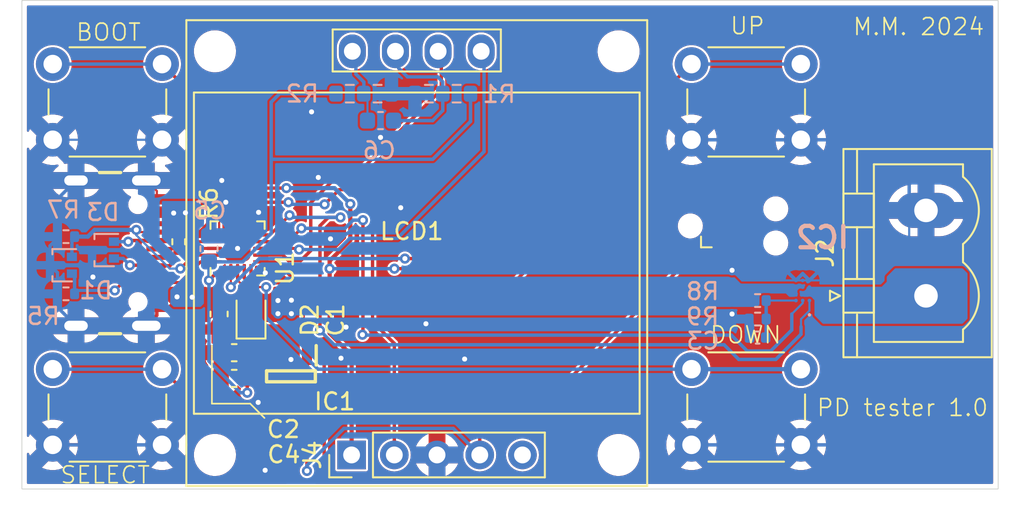
<source format=kicad_pcb>
(kicad_pcb (version 20221018) (generator pcbnew)
  (layers (0 "F.Cu" signal) (31 "B.Cu" signal) (34 "B.Paste" user) (35 "F.Paste" user) (36 "B.SilkS" user "B.Silkscreen") (37 "F.SilkS" user "F.Silkscreen") (38 "B.Mask" user) (39 "F.Mask" user) (44 "Edge.Cuts" user))
  (net 0 "")
  (net 1 "/VIN")
  (net 2 "GND")
  (net 3 "Net-(D2-K)")
  (net 4 "/OVLO")
  (net 5 "+3.3V")
  (net 6 "/CC2")
  (net 7 "/CC1")
  (net 8 "USB_DP")
  (net 9 "/USB_DN")
  (net 10 "~{ENB}")
  (net 11 "~{VIN_OK}")
  (net 12 "Net-(LCD1-VCC)")
  (net 13 "Net-(LCD1-GND)")
  (net 14 "Net-(R6-Pad2)")
  (net 15 "DOWN")
  (net 16 "SELECT")
  (net 17 "UP")
  (net 20 "SCL")
  (net 21 "SDA")
  (net 25 "SWDIO")
  (net 30 "/VOUT")
  (net 31 "SWDCLK")
  (footprint "Diode_SMD:D_MicroMELF" (layer "F.Cu") (at 13.6 3.62 90)
    (fp_text reference "D2")
    (fp_text value "MCL4148")
  )
  (footprint "Connector_Phoenix_MSTB:PhoenixContact_MSTBVA_2,5_2-G-5,08_1x02_P5.08mm_Vertical" (layer "F.Cu") (at 53.7325 2.54 90)
    (fp_text reference "J2")
    (fp_text value "Screw_Terminal_01x02")
  )
  (footprint "footprints:SOT95P275X135-3N" (layer "F.Cu") (at 15.975 7.325 -90)
    (fp_text reference "IC1")
    (fp_text value "TS78L03CX_RFG" hide)
  )
  (footprint "Button_Switch_THT:SW_PUSH_6mm" (layer "F.Cu") (at 39.79 -11.24)
    (fp_text reference "SW_UP1" hide)
    (fp_text value "SW_Push_Dual")
  )
  (footprint "Capacitor_SMD:C_0603_1608Metric" (layer "F.Cu") (at 12.6 5.92 180)
    (fp_text reference "C2")
    (fp_text value "1uF")
  )
  (footprint "Capacitor_SMD:C_0603_1608Metric" (layer "F.Cu") (at 12.6 7.45 180)
    (fp_text reference "C4")
    (fp_text value "100nF")
  )
  (footprint "Button_Switch_THT:SW_PUSH_6mm" (layer "F.Cu") (at 39.79 6.9)
    (fp_text reference "SW_DOWN1" hide)
    (fp_text value "SW_Push_Dual")
  )
  (footprint "Button_Switch_THT:SW_PUSH_6mm" (layer "F.Cu") (at 1.81 -11.24)
    (fp_text reference "SW_BOOT1" hide)
    (fp_text value "SW_Push_Dual")
  )
  (footprint "footprints:128x64OLED_mounting_holes" (layer "F.Cu") (at 23.455 0)
    (fp_text reference "LCD1")
    (fp_text value "SSD1306")
  )
  (footprint "footprints:GCT_USB4105-GF-A_1" (layer "F.Cu") (at 3.195 0 -90)
    (fp_text reference "J1" hide)
    (fp_text value "USB4105-GF-A")
  )
  (footprint "Capacitor_SMD:C_0603_1608Metric" (layer "F.Cu") (at 11.7 3.62 -90)
    (fp_text reference "C1")
    (fp_text value "1uF")
  )
  (footprint "Button_Switch_THT:SW_PUSH_6mm" (layer "F.Cu") (at 1.81 6.9)
    (fp_text reference "SW_SELECT1" hide)
    (fp_text value "SW_Push_Dual")
  )
  (footprint "Connector:Tag-Connect_TC2030-IDC-NL_2x03_P1.27mm_Vertical" (layer "F.Cu") (at 42.26 -1.616)
    (fp_text reference "J3" hide)
    (fp_text value "TC2030-NL")
  )
  (footprint "footprints:UQFN-20_3x3mm_P0.4mm_w_ep" (layer "F.Cu") (at 12.8 -0.28 90)
    (fp_text reference "U1")
    (fp_text value "CH32X035F8U6")
  )
  (footprint "Connector_PinHeader_2.54mm:PinHeader_1x05_P2.54mm_Vertical" (layer "F.Cu") (at 19.58 12 90)
    (fp_text reference "J4")
    (fp_text value "WCH link")
  )
  (footprint "Resistor_SMD:R_0402_1005Metric" (layer "F.Cu") (at 9.3 -0.675 90)
    (fp_text reference "R6")
    (fp_text value "1K")
  )
  (footprint "Capacitor_SMD:C_0402_1005Metric" (layer "B.Cu") (at 43.72 5.02 180)
    (fp_text reference "C3")
    (fp_text value "TBD")
  )
  (footprint "footprints:R_0603_1608Metric_popopt" (layer "B.Cu") (at 20.3 -9.48 180)
    (fp_text reference "R2")
    (fp_text value "~")
  )
  (footprint "footprints:R_0603_1608Metric_popopt" (layer "B.Cu") (at 25 -9.48)
    (fp_text reference "R1")
    (fp_text value "~")
  )
  (footprint "Package_TO_SOT_SMD:SOT-416" (layer "B.Cu") (at 2.3 0.72 180)
    (fp_text reference "D1")
    (fp_text value "SM15.TCT")
  )
  (footprint "Package_TO_SOT_SMD:SOT-416" (layer "B.Cu") (at 4.8 -0.18 180)
    (fp_text reference "D3")
    (fp_text value "SM15.TCT")
  )
  (footprint "Resistor_SMD:R_0402_1005Metric" (layer "B.Cu") (at 2.6 -0.98 180)
    (fp_text reference "R7")
    (fp_text value "5K1")
  )
  (footprint "footprints:FPF3380UCX" (layer "B.Cu") (at 46.4 2.22 90)
    (fp_text reference "IC2")
    (fp_text value "FPF3380UCX" hide)
  )
  (footprint "Capacitor_SMD:C_0603_1608Metric" (layer "B.Cu") (at 21.3 -7.88 180)
    (fp_text reference "C6")
    (fp_text value "100nF")
  )
  (footprint "Resistor_SMD:R_0402_1005Metric" (layer "B.Cu") (at 2.6 2.42 180)
    (fp_text reference "R5")
    (fp_text value "5K1")
  )
  (footprint "Resistor_SMD:R_0402_1005Metric" (layer "B.Cu") (at 43.72 2.82)
    (fp_text reference "R8")
    (fp_text value "82K")
  )
  (footprint "Capacitor_SMD:C_0603_1608Metric" (layer "B.Cu") (at 11.1 -0.255 90)
    (fp_text reference "C5")
    (fp_text value "4,7uF")
  )
  (footprint "Resistor_SMD:R_0402_1005Metric" (layer "B.Cu") (at 43.72 3.92 180)
    (fp_text reference "R9")
    (fp_text value "4K3")
  )
  (gr_line (start 14.4 9.8) (end 13.55 8.95) (stroke (width 0.1)) (layer "F.SilkS"))
  (gr_line (start 11.275 8.95) (end 11.275 5.5) (stroke (width 0.1)) (layer "F.SilkS"))
  (gr_line (start 13.55 8.95) (end 11.275 8.95) (stroke (width 0.1)) (layer "F.SilkS"))
  (gr_line (start 0 -15) (end 0 -15) (stroke (width 0.05)) (layer "Edge.Cuts"))
  (gr_poly (pts (xy 58 -15.025) (xy 58.008839 -15.021339) (xy 58.017678 -15.017678) (xy 58.025 -15) (xy 58.025 14) (xy 58.017678 14.017678) (xy 58 14.025) (xy 0 14.025) (xy -0.017678 14.017678) (xy -0.025 14) (xy -0.025 -15) (xy -0.017678 -15.017678) (xy 0 -15.025)) (stroke (width 0.05)) (fill none) (layer "Edge.Cuts"))
  (gr_text "SELECT" (at 2.2 13.775) (layer "F.SilkS") (effects (font (size 1 1) (thickness 0.1)) (justify left bottom)))
  (gr_text "DOWN" (at 40.825 5.45) (layer "F.SilkS") (effects (font (size 1 1) (thickness 0.1)) (justify left bottom)))
  (gr_text "BOOT" (at 5.125 -12.55) (layer "F.SilkS") (effects (font (size 1 1) (thickness 0.1)) (justify bottom)))
  (gr_text "UP" (at 42.025 -12.925) (layer "F.SilkS") (effects (font (size 1 1) (thickness 0.1)) (justify left bottom)))
  (gr_text "PD tester 1.0" (at 47.175 9.775) (layer "F.SilkS") (effects (font (size 1 1) (thickness 0.1)) (justify left bottom)))
  (gr_text "M.M. 2024" (at 49.325 -12.875) (layer "F.SilkS") (effects (font (size 1 1) (thickness 0.1)) (justify left bottom)))
  (segment (start 9.68 -2.38) (end 9.7 -2.4) (width 0.2032) (layer "F.Cu") (net 1))
  (segment (start 8.98 -2.4) (end 9 -2.38) (width 0.2032) (layer "F.Cu") (net 1))
  (segment (start 9.2 2.6) (end 9.22 2.62) (width 0.2032) (layer "F.Cu") (net 1))
  (segment (start 8.8482 2.62) (end 9.18 2.62) (width 0.2032) (layer "F.Cu") (net 1))
  (segment (start 9 -2.38) (end 9.68 -2.38) (width 0.2032) (layer "F.Cu") (net 1))
  (segment (start 11.7 2.845) (end 13.575 2.845) (width 0.2032) (layer "F.Cu") (net 1))
  (segment (start 8 2.4) (end 8.6282 2.4) (width 0.2032) (layer "F.Cu") (net 1))
  (segment (start 9.22 2.62) (end 10.1 2.62) (width 0.2032) (layer "F.Cu") (net 1))
  (segment (start 9.18 2.62) (end 9.2 2.6) (width 0.2032) (layer "F.Cu") (net 1))
  (segment (start 8.6282 2.4) (end 8.8482 2.62) (width 0.2032) (layer "F.Cu") (net 1))
  (segment (start 13.575 2.845) (end 13.6 2.82) (width 0.2032) (layer "F.Cu") (net 1))
  (segment (start 11.7 2.845) (end 10.325 2.845) (width 0.2032) (layer "F.Cu") (net 1))
  (segment (start 8 -2.4) (end 8.98 -2.4) (width 0.2032) (layer "F.Cu") (net 1))
  (segment (start 10.325 2.845) (end 10.1 2.62) (width 0.2032) (layer "F.Cu") (net 1))
  (segment (start 13.6 2.82) (end 15.2 2.82) (width 0.2032) (layer "F.Cu") (net 1))
  (via (at 15.2 3.6) (size 0.6) (drill 0.3) (layers "F.Cu" "B.Cu") (net 1))
  (via (at 9.2 2.6) (size 0.6) (drill 0.3) (layers "F.Cu" "B.Cu") (net 1))
  (via (at 16 2.8) (size 0.6) (drill 0.3) (layers "F.Cu" "B.Cu") (net 1))
  (via (at 9 -2.38) (size 0.6) (drill 0.3) (layers "F.Cu" "B.Cu") (net 1))
  (via (at 9.7 -2.4) (size 0.6) (drill 0.3) (layers "F.Cu" "B.Cu") (net 1))
  (via (at 15.2 2.82) (size 0.6) (drill 0.3) (layers "F.Cu" "B.Cu") (net 1))
  (via (at 16 3.6) (size 0.6) (drill 0.3) (layers "F.Cu" "B.Cu") (net 1))
  (via (at 10.1 2.62) (size 0.6) (drill 0.3) (layers "F.Cu" "B.Cu") (net 1))
  (segment (start 43.21 2.0391) (end 43.2 2.0291) (width 0.127) (layer "B.Cu") (net 1))
  (segment (start 46 2.02) (end 46 2.42) (width 0.127) (layer "B.Cu") (net 1))
  (segment (start 46.4 2.02) (end 46 2.02) (width 0.127) (layer "B.Cu") (net 1))
  (segment (start 43.21 2.82) (end 43.21 2.0391) (width 0.127) (layer "B.Cu") (net 1))
  (segment (start 10.1 2.62) (end 10.1 -1.28) (width 0.2032) (layer "B.Cu") (net 1))
  (segment (start 43.2 2.0291) (end 46 2.0291) (width 0.2032) (layer "B.Cu") (net 1))
  (segment (start 10.1 -1.28) (end 9 -2.38) (width 0.2032) (layer "B.Cu") (net 1))
  (segment (start 15.2 2.82) (end 15.9909 2.0291) (width 0.2032) (layer "B.Cu") (net 1))
  (segment (start 15.9909 2.0291) (end 43.2 2.0291) (width 0.2032) (layer "B.Cu") (net 1))
  (segment (start 14.325 8.575) (end 15.975 8.575) (width 0.18) (layer "F.Cu") (net 2))
  (segment (start 11.825 5.92) (end 11.825 4.52) (width 0.2032) (layer "F.Cu") (net 2))
  (segment (start 8 -3.2) (end 8 -3.695) (width 0.127) (layer "F.Cu") (net 2))
  (segment (start 7.375 5.545) (end 7.375 4.32) (width 0.2032) (layer "F.Cu") (net 2))
  (segment (start 42.2 1.02) (end 42.2 3.62) (width 0.127) (layer "F.Cu") (net 2))
  (segment (start 21.28 -6.9) (end 21.3 -6.88) (width 0.2032) (layer "F.Cu") (net 2))
  (segment (start 4.9 11.02) (end 4.9 8.02) (width 0.2032) (layer "F.Cu") (net 2))
  (segment (start 4.52 11.4) (end 4.9 11.02) (width 0.2032) (layer "F.Cu") (net 2))
  (segment (start 16.175 8.775) (end 15.975 8.575) (width 0.25) (layer "F.Cu") (net 2))
  (segment (start 11.86 -4.32) (end 14.44 -6.9) (width 0.2032) (layer "F.Cu") (net 2))
  (segment (start 42.9093 0.3107) (end 42.2 1.02) (width 0.2) (layer "F.Cu") (net 2))
  (segment (start 13.685 9.215) (end 12.44 9.215) (width 0.18) (layer "F.Cu") (net 2))
  (segment (start 4.2 1.42) (end 4.2 1.651149) (width 0.18) (layer "F.Cu") (net 2))
  (segment (start 17.2 -6.9) (end 17.6 -6.9) (width 0.2032) (layer "F.Cu") (net 2))
  (segment (start 11.825 7.45) (end 11.825 5.92) (width 0.25) (layer "F.Cu") (net 2))
  (segment (start 3.195 2.656149) (end 3.195 4.32) (width 0.18) (layer "F.Cu") (net 2))
  (segment (start 8 3.695) (end 7.375 4.32) (width 0.2032) (layer "F.Cu") (net 2))
  (segment (start 4.2 1.651149) (end 3.195 2.656149) (width 0.18) (layer "F.Cu") (net 2))
  (segment (start 11.825 8.6) (end 11.825 7.45) (width 0.18) (layer "F.Cu") (net 2))
  (segment (start 3.195 -4.32) (end 7.375 -4.32) (width 0.127) (layer "F.Cu") (net 2))
  (segment (start 14.025 8.875) (end 14.325 8.575) (width 0.18) (layer "F.Cu") (net 2))
  (segment (start 12.44 9.215) (end 11.825 8.6) (width 0.18) (layer "F.Cu") (net 2))
  (segment (start 14.44 -6.9) (end 17.2 -6.9) (width 0.2032) (layer "F.Cu") (net 2))
  (segment (start 11.7 4.395) (end 7.45 4.395) (width 0.2032) (layer "F.Cu") (net 2))
  (segment (start 24.66 12) (end 24.66 7.9384) (width 0.2) (layer "F.Cu") (net 2))
  (segment (start 17.6 -4.5) (end 17.6 -6.9) (width 0.127) (layer "F.Cu") (net 2))
  (segment (start 1.81 11.4) (end 4.52 11.4) (width 0.2032) (layer "F.Cu") (net 2))
  (segment (start 11.825 4.52) (end 11.7 4.395) (width 0.2032) (layer "F.Cu") (net 2))
  (segment (start 14.025 8.875) (end 13.685 9.215) (width 0.18) (layer "F.Cu") (net 2))
  (segment (start 17.2 -8.4) (end 17.2 -6.9) (width 0.127) (layer "F.Cu") (net 2))
  (segment (start 43.53 -0.981) (end 42.9093 -0.3603) (width 0.2) (layer "F.Cu") (net 2))
  (segment (start 42.9093 -0.3603) (end 42.9093 0.3107) (width 0.2) (layer "F.Cu") (net 2))
  (segment (start 4.9 8.02) (end 7.375 5.545) (width 0.2032) (layer "F.Cu") (net 2))
  (segment (start 8 -3.695) (end 7.375 -4.32) (width 0.127) (layer "F.Cu") (net 2))
  (segment (start 24.66 7.9384) (end 26.3 6.2984) (width 0.2) (layer "F.Cu") (net 2))
  (segment (start 17.6 -6.9) (end 21.28 -6.9) (width 0.2032) (layer "F.Cu") (net 2))
  (segment (start 8 3.2) (end 8 3.695) (width 0.2032) (layer "F.Cu") (net 2))
  (segment (start 14.025 9.0926) (end 14.025 8.875) (width 0.18) (layer "F.Cu") (net 2))
  (segment (start 7.45 4.395) (end 7.375 4.32) (width 0.2032) (layer "F.Cu") (net 2))
  (via (at 18.95 6.2484) (size 0.6) (drill 0.3) (layers "F.Cu" "B.Cu") (net 2))
  (via (at 12.8 -0.28) (size 0.6) (drill 0.3) (layers "F.Cu" "B.Cu") (net 2))
  (via (at 18.325 -0.85) (size 0.6) (drill 0.3) (layers "F.Cu" "B.Cu") (net 2))
  (via (at 11.86 -4.32) (size 0.6) (drill 0.3) (layers "F.Cu" "B.Cu") (net 2))
  (via (at 15.975 6.325) (size 0.6) (drill 0.3) (layers "F.Cu" "B.Cu") (net 2))
  (via (at 14.025 8.875) (size 0.6) (drill 0.3) (layers "F.Cu" "B.Cu") (net 2))
  (via (at 4.2 1.42) (size 0.6) (drill 0.3) (layers "F.Cu" "B.Cu") (net 2))
  (via (at 19.25 4.4) (size 0.6) (drill 0.3) (layers "F.Cu" "B.Cu") (net 2))
  (via (at 26.3 6.2984) (size 0.6) (drill 0.3) (layers "F.Cu" "B.Cu") (net 2))
  (via (at 22.5 -2.7) (size 0.6) (drill 0.3) (layers "F.Cu" "B.Cu") (net 2))
  (via (at 14.05 -2.425) (size 0.6) (drill 0.3) (layers "F.Cu" "B.Cu") (net 2))
  (via (at 21.3 -6.88) (size 0.6) (drill 0.3) (layers "F.Cu" "B.Cu") (net 2))
  (via (at 42.2 3.62) (size 0.6) (drill 0.3) (layers "F.Cu" "B.Cu") (net 2))
  (via (at 17.2 -8.4) (size 0.6) (drill 0.3) (layers "F.Cu" "B.Cu") (net 2))
  (via (at 14.439249 12.910751) (size 0.6) (drill 0.3) (layers "F.Cu" "B.Cu") (net 2))
  (via (at 24 4.2) (size 0.6) (drill 0.3) (layers "F.Cu" "B.Cu") (net 2))
  (via (at 42.2 1.02) (size 0.6) (drill 0.3) (layers "F.Cu" "B.Cu") (net 2))
  (via (at 12.1 -3.025) (size 0.6) (drill 0.3) (layers "F.Cu" "B.Cu") (net 2))
  (via (at 17.6 -4.5) (size 0.6) (drill 0.3) (layers "F.Cu" "B.Cu") (net 2))
  (via (at 14.45 1.175) (size 0.6) (drill 0.3) (layers "F.Cu" "B.Cu") (net 2))
  (segment (start 7.4 -5.83) (end 7.4 -5.48) (width 0.127) (layer "B.Cu") (net 2))
  (segment (start 57.3 7.92) (end 57.3 -0.78) (width 0.2032) (layer "B.Cu") (net 2))
  (segment (start 57.3 -0.78) (end 55.54 -2.54) (width 0.2032) (layer "B.Cu") (net 2))
  (segment (start 46.29 11.4) (end 53.82 11.4) (width 0.2032) (layer "B.Cu") (net 2))
  (segment (start 39.79 11.4) (end 37.265 8.875) (width 0.2032) (layer "B.Cu") (net 2))
  (segment (start 21.31 -9.48) (end 21.29 -9.46) (width 0.2032) (layer "B.Cu") (net 2))
  (segment (start 21.29 -6.89) (end 21.3 -6.88) (width 0.2032) (layer "B.Cu") (net 2))
  (segment (start 39.79 11.4) (end 46.29 11.4) (width 0.2032) (layer "B.Cu") (net 2))
  (segment (start 37.265 8.875) (end 14.025 8.875) (width 0.2032) (layer "B.Cu") (net 2))
  (segment (start 4.15 1.37) (end 4.2 1.42) (width 0.18) (layer "B.Cu") (net 2))
  (segment (start 12.8 -0.28) (end 12.8 -0.98) (width 0.127) (layer "B.Cu") (net 2))
  (segment (start 2.09 -3.215) (end 3.195 -4.32) (width 0.2032) (layer "B.Cu") (net 2))
  (segment (start 43.24 5.02) (end 43.24 3.95) (width 0.2032) (layer "B.Cu") (net 2))
  (segment (start 12.6 -0.98) (end 12.8 -0.98) (width 0.2032) (layer "B.Cu") (net 2))
  (segment (start 2.09 -0.89) (end 2.1 -0.88) (width 0.2032) (layer "B.Cu") (net 2))
  (segment (start 8.31 11.4) (end 1.81 11.4) (width 0.2032) (layer "B.Cu") (net 2))
  (segment (start 50.2 -0.08) (end 52.3 -0.08) (width 0.127) (layer "B.Cu") (net 2))
  (segment (start 1.65 -0.43) (end 1.65 0.72) (width 0.2032) (layer "B.Cu") (net 2))
  (segment (start 51.44 -6.74) (end 52.7325 -5.4475) (width 0.2032) (layer "B.Cu") (net 2))
  (segment (start 12.8 -3.38) (end 11.86 -4.32) (width 0.127) (layer "B.Cu") (net 2))
  (segment (start 53.82 11.4) (end 57.3 7.92) (width 0.2032) (layer "B.Cu") (net 2))
  (segment (start 48.5 1.62) (end 50.2 -0.08) (width 0.127) (layer "B.Cu") (net 2))
  (segment (start 10.495 9.215) (end 13.685 9.215) (width 0.18) (layer "B.Cu") (net 2))
  (segment (start 46 1.62) (end 42.8 1.62) (width 0.127) (layer "B.Cu") (net 2))
  (segment (start 42.5 3.92) (end 42.2 3.62) (width 0.2032) (layer "B.Cu") (net 2))
  (segment (start 43.21 3.92) (end 42.5 3.92) (width 0.2032) (layer "B.Cu") (net 2))
  (segment (start 2.09 3.215) (end 3.195 4.32) (width 0.2032) (layer "B.Cu") (net 2))
  (segment (start 4.15 -0.18) (end 4.15 1.37) (width 0.18) (layer "B.Cu") (net 2))
  (segment (start 11.1 -1.03) (end 12.55 -1.03) (width 0.2032) (layer "B.Cu") (net 2))
  (segment (start 11.86 -4.32) (end 7.375 -4.32) (width 0.127) (layer "B.Cu") (net 2))
  (segment (start 1.81 -6.74) (end 8.31 -6.74) (width 0.127) (layer "B.Cu") (net 2))
  (segment (start 42.8 1.62) (end 42.2 1.02) (width 0.127) (layer "B.Cu") (net 2))
  (segment (start 46.29 -6.74) (end 39.79 -6.74) (width 0.2032) (layer "B.Cu") (net 2))
  (segment (start 21.31 -9.48) (end 21.95 -9.48) (width 0.2032) (layer "B.Cu") (net 2))
  (segment (start 43.24 3.95) (end 43.21 3.92) (width 0.2032) (layer "B.Cu") (net 2))
  (segment (start 12.8 -0.98) (end 12.8 -3.38) (width 0.127) (layer "B.Cu") (net 2))
  (segment (start 46.8 1.62) (end 48.5 1.62) (width 0.127) (layer "B.Cu") (net 2))
  (segment (start 2.09 -0.98) (end 2.09 -0.89) (width 0.2032) (layer "B.Cu") (net 2))
  (segment (start 2.09 2.42) (end 2.09 3.215) (width 0.2032) (layer "B.Cu") (net 2))
  (segment (start 2.1 -0.88) (end 1.65 -0.43) (width 0.2032) (layer "B.Cu") (net 2))
  (segment (start 55.54 -2.54) (end 52.7325 -2.54) (width 0.2032) (layer "B.Cu") (net 2))
  (segment (start 46.29 -6.74) (end 51.44 -6.74) (width 0.2032) (layer "B.Cu") (net 2))
  (segment (start 2.09 -0.98) (end 2.09 -3.215) (width 0.2032) (layer "B.Cu") (net 2))
  (segment (start 7.4 -5.48) (end 7.375 -5.455) (width 0.127) (layer "B.Cu") (net 2))
  (segment (start 7.375 4.32) (end 3.195 4.32) (width 0.2032) (layer "B.Cu") (net 2))
  (segment (start 52.7325 -0.5125) (end 52.7325 -2.54) (width 0.127) (layer "B.Cu") (net 2))
  (segment (start 46.4 1.62) (end 46 1.62) (width 0.127) (layer "B.Cu") (net 2))
  (segment (start 7.03 -4.32) (end 7.375 -4.32) (width 0.2032) (layer "B.Cu") (net 2))
  (segment (start 2.09 2.42) (end 2.09 1.16) (width 0.2032) (layer "B.Cu") (net 2))
  (segment (start 46.8 1.62) (end 46.4 1.62) (width 0.127) (layer "B.Cu") (net 2))
  (segment (start 7.375 -5.455) (end 7.375 -4.32) (width 0.127) (layer "B.Cu") (net 2))
  (segment (start 52.3 -0.08) (end 52.7325 -0.5125) (width 0.127) (layer "B.Cu") (net 2))
  (segment (start 21.29 -9.46) (end 21.29 -6.89) (width 0.2032) (layer "B.Cu") (net 2))
  (segment (start 13.685 9.215) (end 14.025 8.875) (width 0.18) (layer "B.Cu") (net 2))
  (segment (start 8.31 -6.74) (end 7.4 -5.83) (width 0.127) (layer "B.Cu") (net 2))
  (segment (start 2.09 1.16) (end 1.65 0.72) (width 0.2032) (layer "B.Cu") (net 2))
  (segment (start 23.35 -9.48) (end 21.95 -9.48) (width 0.2032) (layer "B.Cu") (net 2))
  (segment (start 8.31 11.4) (end 10.495 9.215) (width 0.18) (layer "B.Cu") (net 2))
  (segment (start 12.55 -1.03) (end 12.6 -0.98) (width 0.2032) (layer "B.Cu") (net 2))
  (segment (start 52.7325 -5.4475) (end 52.7325 -2.54) (width 0.2032) (layer "B.Cu") (net 2))
  (segment (start 13.375 4.645) (end 13.6 4.42) (width 0.2032) (layer "F.Cu") (net 3))
  (segment (start 15.025 6.075) (end 13.53 6.075) (width 0.25) (layer "F.Cu") (net 3))
  (segment (start 13.375 5.92) (end 13.375 4.645) (width 0.2032) (layer "F.Cu") (net 3))
  (segment (start 13.53 6.075) (end 13.375 5.92) (width 0.25) (layer "F.Cu") (net 3))
  (segment (start 44.23 3.92) (end 44.23 2.82) (width 0.2032) (layer "B.Cu") (net 4))
  (segment (start 44.23 4.99) (end 44.2 5.02) (width 0.2032) (layer "B.Cu") (net 4))
  (segment (start 44.23 3.92) (end 44.23 4.99) (width 0.2032) (layer "B.Cu") (net 4))
  (segment (start 46 2.82) (end 44.23 2.82) (width 0.127) (layer "B.Cu") (net 4))
  (segment (start 16.925 7.525) (end 16.925 6.075) (width 0.25) (layer "F.Cu") (net 5))
  (segment (start 13.375 7.45) (end 13.375 8.299996) (width 0.2032) (layer "F.Cu") (net 5))
  (segment (start 13.375 8.299996) (end 13.375004 8.3) (width 0.2032) (layer "F.Cu") (net 5))
  (segment (start 16.85 7.45) (end 16.925 7.525) (width 0.25) (layer "F.Cu") (net 5))
  (segment (start 16.925 6.075) (end 16.925 12.95) (width 0.2032) (layer "F.Cu") (net 5))
  (segment (start 31.984 8.025) (end 28.95 8.025) (width 0.2) (layer "F.Cu") (net 5))
  (segment (start 28.95 8.025) (end 27.2 9.775) (width 0.2) (layer "F.Cu") (net 5))
  (segment (start 27.2 9.775) (end 27.2 12) (width 0.2) (layer "F.Cu") (net 5))
  (segment (start 11.6125 1.1075) (end 11.9984 1.1075) (width 0.2032) (layer "F.Cu") (net 5))
  (segment (start 40.99 -0.981) (end 31.984 8.025) (width 0.2) (layer "F.Cu") (net 5))
  (segment (start 11.1 1.62) (end 11.6125 1.1075) (width 0.2032) (layer "F.Cu") (net 5))
  (segment (start 13.375 7.45) (end 16.85 7.45) (width 0.25) (layer "F.Cu") (net 5))
  (via (at 11.1 1.62) (size 0.6) (drill 0.3) (layers "F.Cu" "B.Cu") (net 5))
  (via (at 13.375004 8.3) (size 0.6) (drill 0.3) (layers "F.Cu" "B.Cu") (net 5))
  (via (at 16.925 12.95) (size 0.6) (drill 0.3) (layers "F.Cu" "B.Cu") (net 5))
  (segment (start 24.4 -5.58) (end 14.8 -5.58) (width 0.2032) (layer "B.Cu") (net 5))
  (segment (start 11.1 0.52) (end 13.1 0.52) (width 0.2032) (layer "B.Cu") (net 5))
  (segment (start 13.1 0.52) (end 14.8 -1.18) (width 0.2032) (layer "B.Cu") (net 5))
  (segment (start 12.975 8.3) (end 13.375004 8.3) (width 0.2032) (layer "B.Cu") (net 5))
  (segment (start 14.8 -1.18) (end 14.8 -5.58) (width 0.2032) (layer "B.Cu") (net 5))
  (segment (start 19.125 10.425) (end 16.925 12.625) (width 0.2032) (layer "B.Cu") (net 5))
  (segment (start 11.1 6.425) (end 12.975 8.3) (width 0.2032) (layer "B.Cu") (net 5))
  (segment (start 14.8 -5.58) (end 14.8 -8.98) (width 0.2032) (layer "B.Cu") (net 5))
  (segment (start 11.1 0.52) (end 11.1 1.62) (width 0.2032) (layer "B.Cu") (net 5))
  (segment (start 11.1 1.62) (end 11.1 6.425) (width 0.2032) (layer "B.Cu") (net 5))
  (segment (start 25.625 10.425) (end 19.125 10.425) (width 0.2032) (layer "B.Cu") (net 5))
  (segment (start 15.3 -9.48) (end 18.65 -9.48) (width 0.2032) (layer "B.Cu") (net 5))
  (segment (start 26.65 -9.48) (end 26.65 -7.83) (width 0.2032) (layer "B.Cu") (net 5))
  (segment (start 26.65 -7.83) (end 24.4 -5.58) (width 0.2032) (layer "B.Cu") (net 5))
  (segment (start 16.925 12.625) (end 16.925 12.95) (width 0.2032) (layer "B.Cu") (net 5))
  (segment (start 14.8 -8.98) (end 15.3 -9.48) (width 0.2032) (layer "B.Cu") (net 5))
  (segment (start 27.2 12) (end 25.625 10.425) (width 0.2032) (layer "B.Cu") (net 5))
  (segment (start 7.95 1.75) (end 5.97 1.75) (width 0.18) (layer "F.Cu") (net 6))
  (segment (start 5.97 1.75) (end 5.5 2.22) (width 0.18) (layer "F.Cu") (net 6))
  (segment (start 9.37 1.75) (end 7.95 1.75) (width 0.18) (layer "F.Cu") (net 6))
  (segment (start 10.6 0.52) (end 9.37 1.75) (width 0.18) (layer "F.Cu") (net 6))
  (segment (start 11.4125 0.52) (end 10.6 0.52) (width 0.18) (layer "F.Cu") (net 6))
  (via (at 5.5 2.22) (size 0.6) (drill 0.3) (layers "F.Cu" "B.Cu") (net 6))
  (segment (start 3.11 1.38) (end 2.95 1.22) (width 0.2032) (layer "B.Cu") (net 6))
  (segment (start 3.11 2.42) (end 3.11 1.38) (width 0.2032) (layer "B.Cu") (net 6))
  (segment (start 3.31 2.22) (end 3.11 2.42) (width 0.127) (layer "B.Cu") (net 6))
  (segment (start 5.5 2.22) (end 3.31 2.22) (width 0.18) (layer "B.Cu") (net 6))
  (segment (start 11.4125 0.12) (end 10.2 0.12) (width 0.18) (layer "F.Cu") (net 7))
  (segment (start 10.2 0.12) (end 9.4 0.92) (width 0.18) (layer "F.Cu") (net 7))
  (segment (start 7.95 -1.25) (end 6.910885 -1.25) (width 0.127) (layer "F.Cu") (net 7))
  (segment (start 6.910885 -1.25) (end 6.778058 -1.382827) (width 0.127) (layer "F.Cu") (net 7))
  (via (at 6.778058 -1.382827) (size 0.6) (drill 0.3) (layers "F.Cu" "B.Cu") (net 7))
  (via (at 9.4 0.92) (size 0.6) (drill 0.3) (layers "F.Cu" "B.Cu") (net 7))
  (segment (start 9.4 0.92) (end 8.767621 0.92) (width 0.127) (layer "B.Cu") (net 7))
  (segment (start 3.9 -0.98) (end 4.302827 -1.382827) (width 0.25) (layer "B.Cu") (net 7))
  (segment (start 2.95 -0.82) (end 3.11 -0.98) (width 0.2032) (layer "B.Cu") (net 7))
  (segment (start 4.302827 -1.382827) (end 6.778058 -1.382827) (width 0.25) (layer "B.Cu") (net 7))
  (segment (start 3.9 -0.98) (end 3.11 -0.98) (width 0.25) (layer "B.Cu") (net 7))
  (segment (start 8.767621 0.92) (end 6.778058 -1.069563) (width 0.127) (layer "B.Cu") (net 7))
  (segment (start 2.95 0.22) (end 2.95 -0.82) (width 0.2032) (layer "B.Cu") (net 7))
  (segment (start 6.778058 -1.069563) (end 6.778058 -1.382827) (width 0.127) (layer "B.Cu") (net 7))
  (segment (start 9.5 -0.17) (end 9.5 -0.28) (width 0.2032) (layer "F.Cu") (net 8))
  (segment (start 8.775 -0.25) (end 8.825 -0.2) (width 0.2) (layer "F.Cu") (net 8))
  (segment (start 7.98 -0.28) (end 7.95 -0.25) (width 0.127) (layer "F.Cu") (net 8))
  (segment (start 11.4125 -0.28) (end 9.5 -0.28) (width 0.18) (layer "F.Cu") (net 8))
  (segment (start 8.825 -0.2) (end 8.825 0.7) (width 0.2) (layer "F.Cu") (net 8))
  (segment (start 7.92 0.72) (end 7.95 0.75) (width 0.2032) (layer "F.Cu") (net 8))
  (segment (start 6.4 0.72) (end 7.92 0.72) (width 0.2032) (layer "F.Cu") (net 8))
  (segment (start 9.5 -0.28) (end 7.98 -0.28) (width 0.18) (layer "F.Cu") (net 8))
  (segment (start 8.825 0.7) (end 8.775 0.75) (width 0.2) (layer "F.Cu") (net 8))
  (segment (start 8.775 0.75) (end 7.95 0.75) (width 0.2) (layer "F.Cu") (net 8))
  (segment (start 7.95 -0.25) (end 8.775 -0.25) (width 0.2) (layer "F.Cu") (net 8))
  (via (at 6.4 0.72) (size 0.6) (drill 0.3) (layers "F.Cu" "B.Cu") (net 8))
  (segment (start 6 0.32) (end 6.4 0.72) (width 0.2032) (layer "B.Cu") (net 8))
  (segment (start 5.45 0.32) (end 6 0.32) (width 0.2032) (layer "B.Cu") (net 8))
  (segment (start 7 -0.625) (end 7.125 -0.75) (width 0.2) (layer "F.Cu") (net 9))
  (segment (start 7.95 0.25) (end 7.125 0.25) (width 0.2) (layer "F.Cu") (net 9))
  (segment (start 8.02 -0.68) (end 7.95 -0.75) (width 0.127) (layer "F.Cu") (net 9))
  (segment (start 7.125 0.25) (end 7 0.125) (width 0.2) (layer "F.Cu") (net 9))
  (segment (start 7.125 -0.75) (end 7.95 -0.75) (width 0.2) (layer "F.Cu") (net 9))
  (segment (start 11.4125 -0.68) (end 8.02 -0.68) (width 0.18) (layer "F.Cu") (net 9))
  (segment (start 6.37 -0.75) (end 7.95 -0.75) (width 0.2032) (layer "F.Cu") (net 9))
  (segment (start 6.3 -0.68) (end 6.37 -0.75) (width 0.2032) (layer "F.Cu") (net 9))
  (segment (start 7 0.125) (end 7 -0.625) (width 0.2) (layer "F.Cu") (net 9))
  (via (at 6.3 -0.68) (size 0.6) (drill 0.3) (layers "F.Cu" "B.Cu") (net 9))
  (segment (start 5.45 -0.68) (end 6.3 -0.68) (width 0.2032) (layer "B.Cu") (net 9))
  (segment (start 17.7 -1.625) (end 18.2 -2.125) (width 0.2032) (layer "F.Cu") (net 10))
  (segment (start 18.2 -2.125) (end 18.91834 -2.125) (width 0.2032) (layer "F.Cu") (net 10))
  (segment (start 17.7 3.02) (end 17.7 4.6) (width 0.2) (layer "F.Cu") (net 10))
  (segment (start 17.7 3.02) (end 17.7 -1.625) (width 0.2032) (layer "F.Cu") (net 10))
  (segment (start 14.1875 -1.08) (end 14.720814 -1.08) (width 0.18) (layer "F.Cu") (net 10))
  (segment (start 14.720814 -1.08) (end 15.890814 -2.25) (width 0.18) (layer "F.Cu") (net 10))
  (via (at 15.890814 -2.25) (size 0.6) (drill 0.3) (layers "F.Cu" "B.Cu") (net 10))
  (via (at 17.7 4.6) (size 0.6) (drill 0.3) (layers "F.Cu" "B.Cu") (net 10))
  (via (at 18.91834 -2.125) (size 0.6) (drill 0.3) (layers "F.Cu" "B.Cu") (net 10))
  (segment (start 18.91834 -2.125) (end 16.015814 -2.125) (width 0.2032) (layer "B.Cu") (net 10))
  (segment (start 46.3 3.92) (end 46.3 4.374725) (width 0.127) (layer "B.Cu") (net 10))
  (segment (start 46.8 3.42) (end 46.3 3.92) (width 0.127) (layer "B.Cu") (net 10))
  (segment (start 16.015814 -2.125) (end 15.890814 -2.25) (width 0.2032) (layer "B.Cu") (net 10))
  (segment (start 41.73 5.45) (end 18.55 5.45) (width 0.2032) (layer "B.Cu") (net 10))
  (segment (start 46.3 4.374725) (end 46.3 4.82) (width 0.2032) (layer "B.Cu") (net 10))
  (segment (start 42.6 6.32) (end 41.73 5.45) (width 0.2032) (layer "B.Cu") (net 10))
  (segment (start 46.3 4.82) (end 44.8 6.32) (width 0.2032) (layer "B.Cu") (net 10))
  (segment (start 44.8 6.32) (end 42.6 6.32) (width 0.2032) (layer "B.Cu") (net 10))
  (segment (start 18.55 5.45) (end 17.7 4.6) (width 0.2032) (layer "B.Cu") (net 10))
  (segment (start 46.8 2.82) (end 46.8 3.42) (width 0.127) (layer "B.Cu") (net 10))
  (segment (start 20.255 4.820002) (end 20.225001 4.850001) (width 0.2032) (layer "F.Cu") (net 11))
  (segment (start 20.255 -1.960171) (end 20.255 4.820002) (width 0.2032) (layer "F.Cu") (net 11))
  (segment (start 14.1875 -0.68) (end 15.801933 -0.68) (width 0.18) (layer "F.Cu") (net 11))
  (segment (start 15.801933 -0.68) (end 16.595333 -1.4734) (width 0.18) (layer "F.Cu") (net 11))
  (via (at 16.595333 -1.4734) (size 0.6) (drill 0.3) (layers "F.Cu" "B.Cu") (net 11))
  (via (at 20.225001 4.850001) (size 0.6) (drill 0.3) (layers "F.Cu" "B.Cu") (net 11))
  (via (at 20.255 -1.960171) (size 0.6) (drill 0.3) (layers "F.Cu" "B.Cu") (net 11))
  (segment (start 42.156604 4.875) (end 20.25 4.875) (width 0.2032) (layer "B.Cu") (net 11))
  (segment (start 19.180056 -1.4734) (end 16.595333 -1.4734) (width 0.2032) (layer "B.Cu") (net 11))
  (segment (start 46.4 2.972027) (end 45.752027 3.62) (width 0.127) (layer "B.Cu") (net 11))
  (segment (start 19.666827 -1.960171) (end 19.180056 -1.4734) (width 0.2032) (layer "B.Cu") (net 11))
  (segment (start 45.752027 3.62) (end 45.752027 4.567973) (width 0.2032) (layer "B.Cu") (net 11))
  (segment (start 20.25 4.875) (end 20.225001 4.850001) (width 0.2032) (layer "B.Cu") (net 11))
  (segment (start 43.101604 5.82) (end 42.156604 4.875) (width 0.2032) (layer "B.Cu") (net 11))
  (segment (start 44.5 5.82) (end 43.101604 5.82) (width 0.2032) (layer "B.Cu") (net 11))
  (segment (start 20.255 -1.960171) (end 19.666827 -1.960171) (width 0.2032) (layer "B.Cu") (net 11))
  (segment (start 46.4 2.82) (end 46.4 2.972027) (width 0.127) (layer "B.Cu") (net 11))
  (segment (start 45.752027 4.567973) (end 44.5 5.82) (width 0.2032) (layer "B.Cu") (net 11))
  (segment (start 22.9 -10.48) (end 24.7 -10.48) (width 0.2032) (layer "B.Cu") (net 12))
  (segment (start 22.075 -7.88) (end 24.4 -7.88) (width 0.2032) (layer "B.Cu") (net 12))
  (segment (start 22.375 -11.95) (end 22.375 -11.005) (width 0.2032) (layer "B.Cu") (net 12))
  (segment (start 24.7 -10.48) (end 25 -10.18) (width 0.2032) (layer "B.Cu") (net 12))
  (segment (start 24.4 -7.88) (end 25 -8.48) (width 0.2032) (layer "B.Cu") (net 12))
  (segment (start 25 -10.18) (end 25 -9.48) (width 0.2032) (layer "B.Cu") (net 12))
  (segment (start 25 -8.48) (end 25 -9.48) (width 0.2032) (layer "B.Cu") (net 12))
  (segment (start 22.375 -11.005) (end 22.9 -10.48) (width 0.2032) (layer "B.Cu") (net 12))
  (segment (start 20.525 -8.18) (end 20.525 -9.245) (width 0.127) (layer "B.Cu") (net 13))
  (segment (start 20.31 -10.17) (end 20.31 -9.48) (width 0.2032) (layer "B.Cu") (net 13))
  (segment (start 19.835 -11.95) (end 19.835 -10.645) (width 0.2032) (layer "B.Cu") (net 13))
  (segment (start 20.525 -9.245) (end 20.29 -9.48) (width 0.127) (layer "B.Cu") (net 13))
  (segment (start 19.835 -10.645) (end 20.31 -10.17) (width 0.2032) (layer "B.Cu") (net 13))
  (segment (start 10.01 -1.19) (end 10.7 -1.88) (width 0.2032) (layer "F.Cu") (net 14))
  (segment (start 10.7 -1.88) (end 10.7 -8.85) (width 0.2032) (layer "F.Cu") (net 14))
  (segment (start 10.7 -8.85) (end 8.31 -11.24) (width 0.2032) (layer "F.Cu") (net 14))
  (segment (start 9.5 -1.19) (end 10.01 -1.19) (width 0.2032) (layer "F.Cu") (net 14))
  (segment (start 1.81 -11.24) (end 8.31 -11.24) (width 0.2032) (layer "B.Cu") (net 14))
  (segment (start 12.8 1.1075) (end 12.8 1.614742) (width 0.127) (layer "F.Cu") (net 15))
  (segment (start 12.8 1.614742) (end 13.205258 2.02) (width 0.127) (layer "F.Cu") (net 15))
  (segment (start 13.205258 2.02) (end 14.5 2.02) (width 0.127) (layer "F.Cu") (net 15))
  (via (at 14.5 2.02) (size 0.6) (drill 0.3) (layers "F.Cu" "B.Cu") (net 15))
  (segment (start 46.29 6.9) (end 39.79 6.9) (width 0.25) (layer "B.Cu") (net 15))
  (segment (start 17.58 6.9) (end 14.5 3.82) (width 0.2032) (layer "B.Cu") (net 15))
  (segment (start 39.79 6.9) (end 17.58 6.9) (width 0.2032) (layer "B.Cu") (net 15))
  (segment (start 14.5 3.82) (end 14.5 2.02) (width 0.2032) (layer "B.Cu") (net 15))
  (segment (start 9.9 8.49) (end 10.94 8.49) (width 0.2032) (layer "F.Cu") (net 16))
  (segment (start 8.31 6.9) (end 9.9 8.49) (width 0.2032) (layer "F.Cu") (net 16))
  (segment (start 10.94 8.49) (end 16.0266 13.5766) (width 0.2032) (layer "F.Cu") (net 16))
  (segment (start 16.7 2.12) (end 15.1016 0.5216) (width 0.18) (layer "F.Cu") (net 16))
  (segment (start 17.95 12.771502) (end 17.95 5.725) (width 0.2032) (layer "F.Cu") (net 16))
  (segment (start 16.0266 13.5766) (end 17.144902 13.5766) (width 0.2032) (layer "F.Cu") (net 16))
  (segment (start 16.7 4.475) (end 16.7 2.12) (width 0.2032) (layer "F.Cu") (net 16))
  (segment (start 15.1016 0.5216) (end 14.1875 0.5216) (width 0.18) (layer "F.Cu") (net 16))
  (segment (start 17.144902 13.5766) (end 17.95 12.771502) (width 0.2032) (layer "F.Cu") (net 16))
  (segment (start 17.95 5.725) (end 16.7 4.475) (width 0.2032) (layer "F.Cu") (net 16))
  (segment (start 1.81 6.9) (end 8.31 6.9) (width 0.2032) (layer "B.Cu") (net 16))
  (segment (start 12.4 1.1075) (end 12.4 2.02) (width 0.127) (layer "F.Cu") (net 17))
  (segment (start 28.225 0.325) (end 22.75 0.325) (width 0.2032) (layer "F.Cu") (net 17))
  (segment (start 39.79 -11.24) (end 28.225 0.325) (width 0.2032) (layer "F.Cu") (net 17))
  (via (at 22.75 0.325) (size 0.6) (drill 0.3) (layers "F.Cu" "B.Cu") (net 17))
  (via (at 12.4 2.02) (size 0.6) (drill 0.3) (layers "F.Cu" "B.Cu") (net 17))
  (segment (start 46.29 -11.24) (end 39.79 -11.24) (width 0.2032) (layer "B.Cu") (net 17))
  (segment (start 12.4 2.02) (end 14.095 0.325) (width 0.2032) (layer "B.Cu") (net 17))
  (segment (start 14.095 0.325) (end 22.75 0.325) (width 0.2032) (layer "B.Cu") (net 17))
  (segment (start 17.151189 -2.997691) (end 17.151189 -0.151255) (width 0.2032) (layer "F.Cu") (net 20))
  (segment (start 19.476534 -4.2766) (end 18.430098 -4.2766) (width 0.2032) (layer "F.Cu") (net 20))
  (segment (start 14.1875 0.12) (end 15.5 0.12) (width 0.18) (layer "F.Cu") (net 20))
  (segment (start 17.151189 -0.151255) (end 16.559632 0.440302) (width 0.2032) (layer "F.Cu") (net 20))
  (segment (start 24.915 -11.95) (end 24.915 -9.715066) (width 0.2032) (layer "F.Cu") (net 20))
  (segment (start 15.820302 0.440302) (end 15.5 0.12) (width 0.2032) (layer "F.Cu") (net 20))
  (segment (start 18.430098 -4.2766) (end 17.151189 -2.997691) (width 0.2032) (layer "F.Cu") (net 20))
  (segment (start 16.559632 0.440302) (end 15.820302 0.440302) (width 0.2032) (layer "F.Cu") (net 20))
  (segment (start 24.915 -9.715066) (end 19.476534 -4.2766) (width 0.2032) (layer "F.Cu") (net 20))
  (segment (start 16.389322 -0.28) (end 16.458024 -0.211298) (width 0.2032) (layer "F.Cu") (net 21))
  (segment (start 14.1875 -0.28) (end 16.389322 -0.28) (width 0.18) (layer "F.Cu") (net 21))
  (via (at 16.458024 -0.211298) (size 0.6) (drill 0.3) (layers "F.Cu" "B.Cu") (net 21))
  (segment (start 22.3 -0.88) (end 19.473102 -0.88) (width 0.2032) (layer "B.Cu") (net 21))
  (segment (start 27.455 -11.95) (end 27.455 -6.035) (width 0.2032) (layer "B.Cu") (net 21))
  (segment (start 19.473102 -0.88) (end 18.8044 -0.211298) (width 0.2032) (layer "B.Cu") (net 21))
  (segment (start 18.8044 -0.211298) (end 16.458024 -0.211298) (width 0.2032) (layer "B.Cu") (net 21))
  (segment (start 27.455 -6.035) (end 22.3 -0.88) (width 0.2032) (layer "B.Cu") (net 21))
  (segment (start 20.825 4.075) (end 20.825 2.975) (width 0.2) (layer "F.Cu") (net 25))
  (segment (start 22.12 12) (end 22.12 5.37) (width 0.2) (layer "F.Cu") (net 25))
  (segment (start 18.85 -3.775) (end 20.275 -3.775) (width 0.2) (layer "F.Cu") (net 25))
  (segment (start 28.05 2.925) (end 20.875 2.925) (width 0.2) (layer "F.Cu") (net 25))
  (segment (start 40.825 -3.025) (end 34 -3.025) (width 0.2) (layer "F.Cu") (net 25))
  (segment (start 40.99 -2.251) (end 40.99 -2.86) (width 0.2) (layer "F.Cu") (net 25))
  (segment (start 20.825 -3.225) (end 20.825 2.975) (width 0.2) (layer "F.Cu") (net 25))
  (segment (start 40.99 -2.86) (end 40.825 -3.025) (width 0.2) (layer "F.Cu") (net 25))
  (segment (start 12.4 -2.525) (end 12.4 -1.6675) (width 0.2) (layer "F.Cu") (net 25))
  (segment (start 15.825 -3.025) (end 12.9 -3.025) (width 0.2) (layer "F.Cu") (net 25))
  (segment (start 20.875 2.925) (end 20.825 2.975) (width 0.2) (layer "F.Cu") (net 25))
  (segment (start 12.9 -3.025) (end 12.4 -2.525) (width 0.2) (layer "F.Cu") (net 25))
  (segment (start 22.12 5.37) (end 20.825 4.075) (width 0.2) (layer "F.Cu") (net 25))
  (segment (start 17.975 -2.9) (end 18.85 -3.775) (width 0.2) (layer "F.Cu") (net 25))
  (segment (start 20.275 -3.775) (end 20.825 -3.225) (width 0.2) (layer "F.Cu") (net 25))
  (segment (start 34 -3.025) (end 28.05 2.925) (width 0.2) (layer "F.Cu") (net 25))
  (via (at 15.825 -3.025) (size 0.6) (drill 0.3) (layers "F.Cu" "B.Cu") (net 25))
  (via (at 17.975 -2.9) (size 0.6) (drill 0.3) (layers "F.Cu" "B.Cu") (net 25))
  (segment (start 15.95 -2.9) (end 15.825 -3.025) (width 0.2) (layer "B.Cu") (net 25))
  (segment (start 17.975 -2.9) (end 15.95 -2.9) (width 0.2) (layer "B.Cu") (net 25))
  (segment (start 46.8 2.42) (end 46.4 2.42) (width 0.127) (layer "B.Cu") (net 30))
  (segment (start 47.5909 2.4109) (end 46.8 2.4109) (width 0.2032) (layer "B.Cu") (net 30))
  (segment (start 47.72 2.54) (end 47.5909 2.4109) (width 0.2032) (layer "B.Cu") (net 30))
  (segment (start 52.7325 2.54) (end 47.72 2.54) (width 0.2032) (layer "B.Cu") (net 30))
  (segment (start 46.8 2.02) (end 46.8 2.42) (width 0.127) (layer "B.Cu") (net 30))
  (segment (start 11.4125 -3.1375) (end 12.14146 -3.86646) (width 0.2) (layer "F.Cu") (net 31))
  (segment (start 42.26 -3.09) (end 41.825 -3.525) (width 0.2) (layer "F.Cu") (net 31))
  (segment (start 41.825 -3.525) (end 33.275 -3.525) (width 0.2) (layer "F.Cu") (net 31))
  (segment (start 28.825001 0.924999) (end 22.125001 0.924999) (width 0.2) (layer "F.Cu") (net 31))
  (segment (start 42.26 -2.251) (end 42.26 -3.09) (width 0.2) (layer "F.Cu") (net 31))
  (segment (start 18.275 0.460223) (end 19.503122 -0.767899) (width 0.25) (layer "F.Cu") (net 31))
  (segment (start 18.275 0.925) (end 18.275 0.460223) (width 0.25) (layer "F.Cu") (net 31))
  (segment (start 19.58 6.073805) (end 18.275 4.768805) (width 0.25) (layer "F.Cu") (net 31))
  (segment (start 12.14146 -3.86646) (end 15.704791 -3.86646) (width 0.2) (layer "F.Cu") (net 31))
  (segment (start 19.503122 -0.767899) (end 19.503122 -2.923112) (width 0.25) (layer "F.Cu") (net 31))
  (segment (start 11.4125 -1.08) (end 11.4125 -3.1375) (width 0.2) (layer "F.Cu") (net 31))
  (segment (start 33.275 -3.525) (end 28.825001 0.924999) (width 0.2) (layer "F.Cu") (net 31))
  (segment (start 18.275 4.768805) (end 18.275 0.925) (width 0.25) (layer "F.Cu") (net 31))
  (segment (start 19.58 12) (end 19.58 6.073805) (width 0.25) (layer "F.Cu") (net 31))
  (via (at 15.704791 -3.86646) (size 0.6) (drill 0.3) (layers "F.Cu" "B.Cu") (net 31))
  (via (at 22.125001 0.924999) (size 0.6) (drill 0.3) (layers "F.Cu" "B.Cu") (net 31))
  (via (at 19.503122 -2.923112) (size 0.6) (drill 0.3) (layers "F.Cu" "B.Cu") (net 31))
  (via (at 18.275 0.925) (size 0.6) (drill 0.3) (layers "F.Cu" "B.Cu") (net 31))
  (segment (start 22.125 0.925) (end 22.125001 0.924999) (width 0.2) (layer "B.Cu") (net 31))
  (segment (start 19.503122 -2.923112) (end 18.559774 -3.86646) (width 0.25) (layer "B.Cu") (net 31))
  (segment (start 18.275 0.925) (end 22.125 0.925) (width 0.2) (layer "B.Cu") (net 31))
  (segment (start 18.559774 -3.86646) (end 15.704791 -3.86646) (width 0.25) (layer "B.Cu") (net 31))
  (zone (net 1) (net_name "/VIN") (layer "F.Cu") (priority 4) (connect_pads yes (clearance 0.127)) (min_thickness 0.127) (fill yes (thermal_gap 0.5) (thermal_bridge_width 0.5))
    (polygon (pts (xy 16.1 2) (xy 16.5 2.4) (xy 16.5 4.1) (xy 9.2 4.1) (xy 8.7 3.6) (xy 8.7 3.1) (xy 8.8 3) (xy 8.6 2.8) (xy 7.3 2.8) (xy 7.2 2.7) (xy 7.2 2.1) (xy 7.3 2)))
  )
  (zone (net 1) (net_name "/VIN") (layer "F.Cu") (priority 4) (connect_pads yes (clearance 0.127)) (min_thickness 0.127) (fill yes (thermal_gap 0.5) (thermal_bridge_width 0.5))
    (polygon (pts (xy 7.3 -2.9) (xy 10.2 -2.9) (xy 10.2 -1.8) (xy 10.1 -1.7) (xy 8.7 -1.7) (xy 8.3 -2.1) (xy 7.3 -2.1)))
  )
  (zone (net 2) (net_name "GND") (layers "F&B.Cu") (priority 1) (connect_pads (clearance 0.127)) (min_thickness 0.127) (fill yes (thermal_gap 0.5) (thermal_bridge_width 1))
    (polygon (pts (xy 58.004595 -15.048097) (xy 58.009567 -15.048097) (xy 58.018405 -15.044436) (xy 58.018406 -15.044436) (xy 58.027244 -15.040775) (xy 58.027246 -15.040775) (xy 58.036264 -15.031755) (xy 58.040775 -15.027246) (xy 58.040775 -15.027245) (xy 58.048097 -15.009567) (xy 58.048097 -15.004594) (xy 58.05 -15) (xy 58.05 14) (xy 58.048097 14.004594) (xy 58.048097 14.009567) (xy 58.040775 14.027244) (xy 58.040775 14.027246) (xy 58.036264 14.031755) (xy 58.027246 14.040775) (xy 58.027244 14.040775) (xy 58.009567 14.048097) (xy 58.004595 14.048097) (xy 58 14.05) (xy 0 14.05) (xy -0.004595 14.048097) (xy -0.009567 14.048097) (xy -0.027245 14.040775) (xy -0.027246 14.040775) (xy -0.033454 14.034566) (xy -0.040775 14.027246) (xy -0.040775 14.027244) (xy -0.048097 14.009567) (xy -0.048097 14.004594) (xy -0.05 14) (xy -0.05 -15) (xy -0.048097 -15.004594) (xy -0.048097 -15.009567) (xy -0.040775 -15.027244) (xy -0.040775 -15.027246) (xy -0.031755 -15.036264) (xy -0.027246 -15.040775) (xy -0.027245 -15.040775) (xy -0.009567 -15.048097) (xy -0.004595 -15.048097) (xy 0 -15.05) (xy 58 -15.05)))
  )
  (zone (net 1) (net_name "/VIN") (layer "B.Cu") (priority 4) (connect_pads yes (clearance 0.127)) (min_thickness 0.127) (fill yes (thermal_gap 0.5) (thermal_bridge_width 0.5))
    (polygon (pts (xy 10.4 -3.1) (xy 8.3 -3.1) (xy 8.3 -0.9) (xy 9.8 0.6) (xy 9.8 1.2) (xy 8.8 2.2) (xy 8.8 3) (xy 9 3.2) (xy 10.6 3.2) (xy 10.8 3) (xy 10.8 -2.7)))
  )
  (zone (net 1) (net_name "/VIN") (layer "B.Cu") (priority 3) (connect_pads yes (clearance 0.127)) (min_thickness 0.127) (fill yes (thermal_gap 0.5) (thermal_bridge_width 0.5))
    (polygon (pts (xy 46.4 2.22) (xy 46.5 2.22) (xy 46.6 2.12) (xy 46.6 1.9) (xy 46.1 1.4) (xy 15.7 1.4) (xy 14.8 2.3) (xy 14.8 3.6) (xy 14.9 3.7) (xy 40.7 3.7) (xy 41.2 3.2) (xy 42.8 3.2) (xy 43.7 3.2) (xy 43.9 3) (xy 43.9 2.4) (xy 45.4 2.4) (xy 45.6 2.6) (xy 46.1 2.6) (xy 46.2 2.5) (xy 46.2 2.3) (xy 46.3 2.2) (xy 46.38 2.2)))
  )
  (zone (net 30) (net_name "/VOUT") (layer "B.Cu") (priority 3) (connect_pads yes (clearance 0.127)) (min_thickness 0.127) (fill yes (thermal_gap 0.5) (thermal_bridge_width 0.5))
    (polygon (pts (xy 46.3 2) (xy 51.1 2) (xy 51.4 1.7) (xy 51.4 1.4) (xy 51.9 0.9) (xy 55.9 0.9) (xy 56.2 1.2) (xy 56.2 3.9) (xy 55.9 4.2) (xy 47.6 4.2) (xy 47.1 3.7) (xy 47.1 2.8) (xy 46.9 2.6) (xy 46.3 2.6) (xy 46.2 2.5) (xy 46.2 2.1)))
  )
)
</source>
